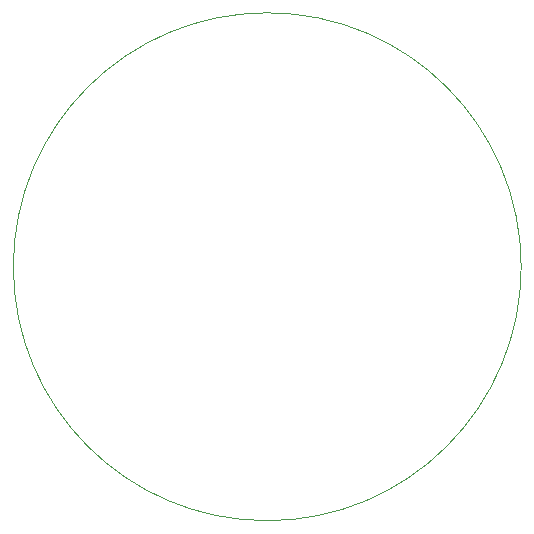
<source format=gbr>
*
*
G04 PADS 9.3 Build Number: 433611 generated Gerber (RS-274-X) file*
G04 PC Version=2.1*
*
%IN "LDC_Layout_20161209.pcb"*%
*
%MOIN*%
*
%FSLAX35Y35*%
*
*
*
*
G04 PC Standard Apertures*
*
*
G04 Thermal Relief Aperture macro.*
%AMTER*
1,1,$1,0,0*
1,0,$1-$2,0,0*
21,0,$3,$4,0,0,45*
21,0,$3,$4,0,0,135*
%
*
*
G04 Annular Aperture macro.*
%AMANN*
1,1,$1,0,0*
1,0,$2,0,0*
%
*
*
G04 Odd Aperture macro.*
%AMODD*
1,1,$1,0,0*
1,0,$1-0.005,0,0*
%
*
*
G04 PC Custom Aperture Macros*
*
*
*
*
*
*
G04 PC Aperture Table*
*
%ADD010C,0.001*%
%ADD041C,0.00394*%
*
*
*
*
G04 PC Circuitry*
G04 Layer Name LDC_Layout_20161209.pcb - circuitry*
%LPD*%
*
*
G04 PC Custom Flashes*
G04 Layer Name LDC_Layout_20161209.pcb - flashes*
%LPD*%
*
*
G04 PC Circuitry*
G04 Layer Name LDC_Layout_20161209.pcb - circuitry*
%LPD*%
*
G54D10*
G54D41*
G01X478346Y393701D02*
G75*
G03X478346I-84645J0D01*
G74*
G01X0Y0D02*
M02*

</source>
